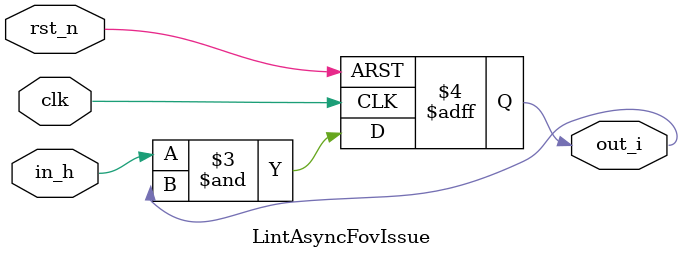
<source format=sv>
module LintAsyncFovIssue (
    input logic clk,
    input logic rst_n,
    input logic in_h,
    output logic out_i
);
    always_ff @(posedge clk or negedge rst_n) begin
        if (!rst_n) begin
            out_i <= 1'b0;
        end else begin
            out_i <= in_h & out_i;
        end
    end
endmodule


</source>
